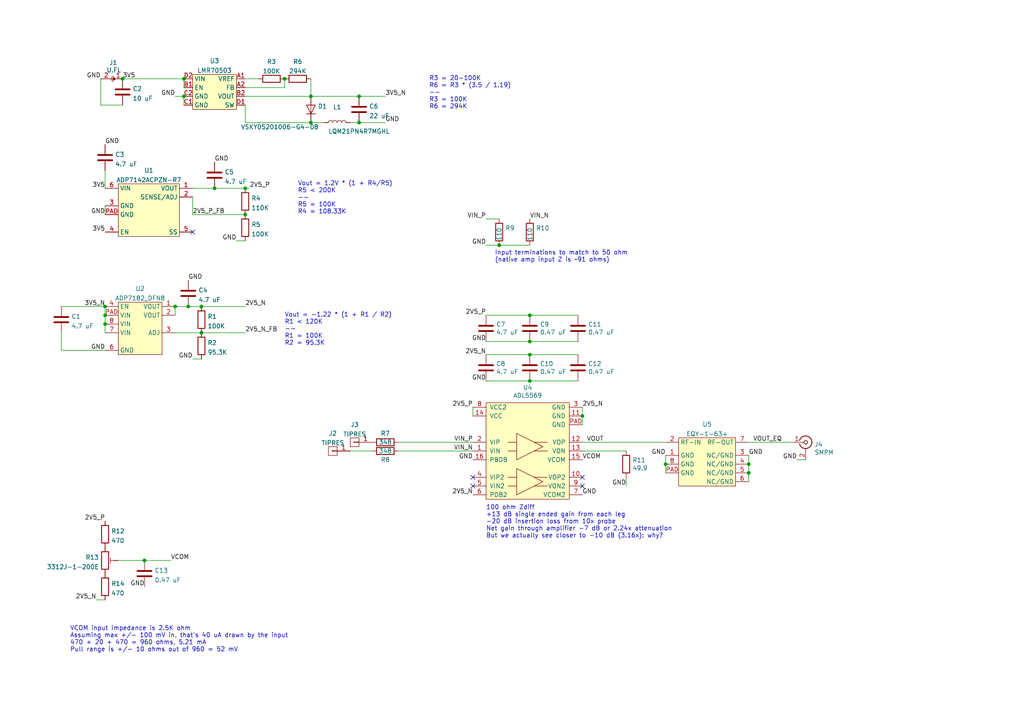
<source format=kicad_sch>
(kicad_sch (version 20211123) (generator eeschema)
  (paper "A4")
  (title_block (title "AKL-AD4") (date "2022-07-10") (rev "0.3") (company "Antikernel Labs") (comment 1 "Andrew D. Zonenberg"))
  (lib_symbols
    (symbol "Connector:Conn_Coaxial" (pin_names (offset 1.016) hide)
      (property "Reference" "J" (at 0.254 3.048 0))
      (property "Value" "Connector_Conn_Coaxial" (at 2.921 0 90))
      (symbol "Conn_Coaxial_0_1"
        (arc (start -1.778 -0.508) (mid 0.222 -1.808) (end 1.778 0) (stroke (width 0.254)))
        (polyline (pts (xy -1.27 0) (xy -0.508 0)))
        (polyline (pts (xy 0 -2.54) (xy 0 -1.778)))
        (circle (center 0 0) (radius 0.508) (stroke (width 0.2032)))
        (arc (start 1.778 0) (mid 0.222 1.8083) (end -1.778 0.508) (stroke (width 0.254)))
      )
      (symbol "Conn_Coaxial_1_1"
        (pin passive line (at -3.81 0 0) (length 2.54) (name "In") (number "1"))
        (pin passive line (at 0 -5.08 90) (length 2.54) (name "Ext") (number "2"))
      )
    )
    (symbol "analog-azonenberg:ADL5569" (pin_names (offset 1.016))
      (property "Reference" "U" (at 0 -1.27 0))
      (property "Value" "ADL5569" (at 0 -3.81 0))
      (symbol "ADL5569_0_1"
        (polyline (pts (xy 8.89 3.81) (xy 6.35 3.81)))
        (polyline (pts (xy 8.89 6.35) (xy 6.35 6.35)))
        (polyline (pts (xy 8.89 13.97) (xy 6.35 13.97)))
        (polyline (pts (xy 8.89 16.51) (xy 6.35 16.51)))
        (polyline (pts (xy 13.97 3.81) (xy 17.78 3.81)))
        (polyline (pts (xy 13.97 6.35) (xy 17.78 6.35)))
        (polyline (pts (xy 13.97 13.97) (xy 17.78 13.97)))
        (polyline (pts (xy 13.97 16.51) (xy 17.78 16.51)))
        (polyline (pts (xy 8.89 1.27) (xy 8.89 8.89) (xy 16.51 5.08) (xy 8.89 1.27)))
        (polyline (pts (xy 8.89 11.43) (xy 8.89 19.05) (xy 16.51 15.24) (xy 8.89 11.43)))
        (rectangle (start 0 27.94) (end 24.13 0) (fill (type background)))
      )
      (symbol "ADL5569_1_1"
        (pin input line (at -3.81 13.97 0) (length 3.81) (name "VIN") (number "1"))
        (pin output line (at 27.94 6.35 180) (length 3.81) (name "VOP2") (number "10"))
        (pin power_in line (at 27.94 24.13 180) (length 3.81) (name "GND") (number "11"))
        (pin output line (at 27.94 16.51 180) (length 3.81) (name "VOP") (number "12"))
        (pin output line (at 27.94 13.97 180) (length 3.81) (name "VON") (number "13"))
        (pin power_in line (at -3.81 24.13 0) (length 3.81) (name "VCC") (number "14"))
        (pin input line (at 27.94 11.43 180) (length 3.81) (name "VCOM") (number "15"))
        (pin input line (at -3.81 11.43 0) (length 3.81) (name "PBDB") (number "16"))
        (pin input line (at -3.81 16.51 0) (length 3.81) (name "VIP") (number "2"))
        (pin power_in line (at 27.94 26.67 180) (length 3.81) (name "GND") (number "3"))
        (pin input line (at -3.81 6.35 0) (length 3.81) (name "VIP2") (number "4"))
        (pin input line (at -3.81 3.81 0) (length 3.81) (name "VIN2") (number "5"))
        (pin input line (at -3.81 1.27 0) (length 3.81) (name "PDB2") (number "6"))
        (pin input line (at 27.94 1.27 180) (length 3.81) (name "VCOM2") (number "7"))
        (pin power_in line (at -3.81 26.67 0) (length 3.81) (name "VCC2") (number "8"))
        (pin output line (at 27.94 3.81 180) (length 3.81) (name "VON2") (number "9"))
        (pin input line (at 27.94 21.59 180) (length 3.81) (name "GND") (number "PAD"))
      )
    )
    (symbol "analog-azonenberg:EQY-x-63+"
      (property "Reference" "U" (at 0 -1.27 0))
      (property "Value" "EQY-x-63+" (at 0 -2.54 0))
      (symbol "EQY-x-63+_0_1"
        (rectangle (start 0 13.97) (end 16.51 0) (stroke (width 0.1524)) (fill (type background)))
      )
      (symbol "EQY-x-63+_1_1"
        (pin power_in line (at -3.81 8.89 0) (length 3.81) (name "GND") (number "1"))
        (pin input line (at -3.81 12.7 0) (length 3.81) (name "RF-IN") (number "2"))
        (pin power_in line (at 20.32 8.89 180) (length 3.81) (name "NC/GND") (number "3"))
        (pin power_in line (at 20.32 6.35 180) (length 3.81) (name "NC/GND") (number "4"))
        (pin power_in line (at 20.32 3.81 180) (length 3.81) (name "NC/GND") (number "5"))
        (pin power_in line (at 20.32 1.27 180) (length 3.81) (name "NC/GND") (number "6"))
        (pin input line (at 20.32 12.7 180) (length 3.81) (name "RF-OUT") (number "7"))
        (pin power_in line (at -3.81 6.35 0) (length 3.81) (name "GND") (number "8"))
        (pin power_in line (at -3.81 3.81 0) (length 3.81) (name "GND") (number "PAD"))
      )
    )
    (symbol "conn:CONN_01X01" (pin_names (offset 1.016) hide)
      (property "Reference" "J" (at 0 2.54 0))
      (property "Value" "CONN_01X01" (at 2.54 0 90))
      (symbol "CONN_01X01_0_1"
        (rectangle (start -1.27 0.127) (end 0.254 -0.127))
        (rectangle (start -1.27 1.27) (end 1.27 -1.27))
      )
      (symbol "CONN_01X01_1_1"
        (pin passive line (at -5.08 0 0) (length 3.81) (name "P1") (number "1"))
      )
    )
    (symbol "device:C" (pin_numbers hide) (pin_names (offset 0.254))
      (property "Reference" "C" (at 0.635 2.54 0))
      (property "Value" "C" (at 0.635 -2.54 0))
      (symbol "C_0_1"
        (polyline (pts (xy -2.032 -0.762) (xy 2.032 -0.762)) (stroke (width 0.508)))
        (polyline (pts (xy -2.032 0.762) (xy 2.032 0.762)) (stroke (width 0.508)))
      )
      (symbol "C_1_1"
        (pin passive line (at 0 3.81 270) (length 2.794) (name "~") (number "1"))
        (pin passive line (at 0 -3.81 90) (length 2.794) (name "~") (number "2"))
      )
    )
    (symbol "device:D" (pin_numbers hide) (pin_names (offset 1.016) hide)
      (property "Reference" "D" (at 0 2.54 0))
      (property "Value" "D" (at 0 -2.54 0))
      (symbol "D_0_1"
        (polyline (pts (xy -1.27 1.27) (xy -1.27 -1.27)) (stroke (width 0.2032)))
        (polyline (pts (xy 1.27 0) (xy -1.27 0)))
        (polyline (pts (xy 1.27 1.27) (xy 1.27 -1.27) (xy -1.27 0) (xy 1.27 1.27)) (stroke (width 0.2032)))
      )
      (symbol "D_1_1"
        (pin passive line (at -3.81 0 0) (length 2.54) (name "K") (number "1"))
        (pin passive line (at 3.81 0 180) (length 2.54) (name "A") (number "2"))
      )
    )
    (symbol "device:L" (pin_numbers hide) (pin_names (offset 1.016) hide)
      (property "Reference" "L" (at -1.27 0 90))
      (property "Value" "L" (at 1.905 0 90))
      (symbol "L_0_1"
        (arc (start 0 -2.54) (mid 0.635 -1.905) (end 0 -1.27))
        (arc (start 0 -1.27) (mid 0.635 -0.635) (end 0 0))
        (arc (start 0 0) (mid 0.635 0.635) (end 0 1.27))
        (arc (start 0 1.27) (mid 0.635 1.905) (end 0 2.54))
      )
      (symbol "L_1_1"
        (pin passive line (at 0 3.81 270) (length 1.27) (name "1") (number "1"))
        (pin passive line (at 0 -3.81 90) (length 1.27) (name "2") (number "2"))
      )
    )
    (symbol "device:POT_TRIM" (pin_numbers hide) (pin_names (offset 1.016) hide)
      (property "Reference" "RV" (at -4.445 0 90))
      (property "Value" "POT_TRIM" (at -2.54 0 90))
      (symbol "POT_TRIM_0_1"
        (polyline (pts (xy 1.524 0.762) (xy 1.524 -0.762)))
        (polyline (pts (xy 2.54 0) (xy 1.524 0)))
        (rectangle (start 1.016 2.54) (end -1.016 -2.54) (stroke (width 0.254)))
      )
      (symbol "POT_TRIM_1_1"
        (pin passive line (at 0 3.81 270) (length 1.27) (name "1") (number "1"))
        (pin passive line (at 3.81 0 180) (length 1.27) (name "2") (number "2"))
        (pin passive line (at 0 -3.81 90) (length 1.27) (name "3") (number "3"))
      )
    )
    (symbol "device:R" (pin_numbers hide) (pin_names (offset 0))
      (property "Reference" "R" (at 2.032 0 90))
      (property "Value" "R" (at 0 0 90))
      (symbol "R_0_1"
        (rectangle (start -1.016 -2.54) (end 1.016 2.54) (stroke (width 0.254)))
      )
      (symbol "R_1_1"
        (pin passive line (at 0 3.81 270) (length 1.27) (name "~") (number "1"))
        (pin passive line (at 0 -3.81 90) (length 1.27) (name "~") (number "2"))
      )
    )
    (symbol "power-azonenberg:ADP7142_DFN6"
      (property "Reference" "U" (at 0 -5.08 0))
      (property "Value" "ADP7142_DFN6" (at 0 -2.54 0))
      (symbol "ADP7142_DFN6_0_1"
        (rectangle (start 0 15.24) (end 17.78 0) (stroke (width 0.1524)) (fill (type background)))
      )
      (symbol "ADP7142_DFN6_1_1"
        (pin power_out line (at 21.59 13.97 180) (length 3.81) (name "VOUT") (number "1"))
        (pin input line (at 21.59 11.43 180) (length 3.81) (name "SENSE/ADJ") (number "2"))
        (pin power_in line (at -3.81 8.89 0) (length 3.81) (name "GND") (number "3"))
        (pin input line (at -3.81 1.27 0) (length 3.81) (name "EN") (number "4"))
        (pin passive line (at 21.59 1.27 180) (length 3.81) (name "SS") (number "5"))
        (pin power_in line (at -3.81 13.97 0) (length 3.81) (name "VIN") (number "6"))
        (pin power_in line (at -3.81 6.35 0) (length 3.81) (name "GND") (number "PAD"))
      )
    )
    (symbol "power-azonenberg:ADP7182_DFN8"
      (property "Reference" "U" (at 0 -1.27 0))
      (property "Value" "ADP7182_DFN8" (at 0 -3.81 0))
      (symbol "ADP7182_DFN8_0_1"
        (rectangle (start 0 15.24) (end 12.7 0) (stroke (width 0.1524)) (fill (type background)))
      )
      (symbol "ADP7182_DFN8_1_1"
        (pin power_out line (at 16.51 13.97 180) (length 3.81) (name "VOUT") (number "1"))
        (pin power_in line (at 16.51 11.43 180) (length 3.81) (name "VOUT") (number "2"))
        (pin input line (at 16.51 6.35 180) (length 3.81) (name "ADJ") (number "3"))
        (pin input line (at -3.81 13.97 0) (length 3.81) (name "EN") (number "4"))
        (pin power_in line (at -3.81 1.27 0) (length 3.81) (name "GND") (number "6"))
        (pin power_in line (at -3.81 6.35 0) (length 3.81) (name "VIN") (number "7"))
        (pin power_in line (at -3.81 8.89 0) (length 3.81) (name "VIN") (number "8"))
        (pin power_in line (at -3.81 11.43 0) (length 3.81) (name "VIN") (number "PAD"))
      )
    )
    (symbol "power-azonenberg:CONN_COAXIAL_PWROUT"
      (property "Reference" "J" (at 0 -2.54 0))
      (property "Value" "CONN_COAXIAL_PWROUT" (at 0 -6.35 0))
      (symbol "CONN_COAXIAL_PWROUT_0_1"
        (circle (center 0 0) (radius 0.3592) (stroke (width 0.1524)) (fill (type outline)))
        (arc (start 0 0.762) (mid -0.7075 0) (end 0 -0.762) (stroke (width 0.1524)))
      )
      (symbol "CONN_COAXIAL_PWROUT_1_1"
        (pin power_out line (at 2.54 0 180) (length 2.54) (name "") (number "1"))
        (pin power_out line (at -3.81 0 0) (length 3.175) (name "") (number "2"))
      )
    )
    (symbol "power-azonenberg:LMR70503"
      (property "Reference" "U" (at 0 -2.54 0))
      (property "Value" "LMR70503" (at 0 -5.08 0))
      (symbol "LMR70503_0_1"
        (rectangle (start 0 10.16) (end 12.7 0) (stroke (width 0.1524)) (fill (type background)))
      )
      (symbol "LMR70503_1_1"
        (pin input line (at 15.24 8.89 180) (length 2.54) (name "VREF") (number "A1"))
        (pin input line (at 15.24 6.35 180) (length 2.54) (name "FB") (number "A2"))
        (pin input line (at -2.54 6.35 0) (length 2.54) (name "EN") (number "B1"))
        (pin power_out line (at 15.24 3.81 180) (length 2.54) (name "VOUT") (number "B2"))
        (pin power_in line (at -2.54 1.27 0) (length 2.54) (name "GND") (number "C1"))
        (pin power_in line (at -2.54 3.81 0) (length 2.54) (name "GND") (number "C2"))
        (pin passive line (at 15.24 1.27 180) (length 2.54) (name "SW") (number "D1"))
        (pin power_in line (at -2.54 8.89 0) (length 2.54) (name "VIN") (number "D2"))
      )
    )
  )
  (junction (at 71.12 54.61))
  (junction (at 54.61 88.9))
  (junction (at 82.55 22.86))
  (junction (at 153.67 102.87))
  (junction (at 50.8 88.9))
  (junction (at 62.23 54.61))
  (junction (at 168.91 120.65))
  (junction (at 193.04 134.62))
  (junction (at 90.17 35.56))
  (junction (at 71.12 62.23))
  (junction (at 58.42 88.9))
  (junction (at 30.48 88.9))
  (junction (at 104.14 35.56))
  (junction (at 58.42 96.52))
  (junction (at 217.17 134.62))
  (junction (at 30.48 93.98))
  (junction (at 153.67 110.49))
  (junction (at 144.78 71.12))
  (junction (at 153.67 99.06))
  (junction (at 90.17 27.94))
  (junction (at 153.67 91.44))
  (junction (at 53.34 27.94))
  (junction (at 30.48 91.44))
  (junction (at 53.34 22.86))
  (junction (at 104.14 27.94))
  (junction (at 217.17 137.16))
  (junction (at 41.91 162.56))
  (junction (at 35.56 22.86))
  (no_connect (at 137.16 138.43))
  (no_connect (at 137.16 140.97))
  (no_connect (at 168.91 138.43))
  (no_connect (at 168.91 140.97))
  (no_connect (at 55.88 67.31))
  (wire (pts (xy 17.78 96.52) (xy 17.78 101.6)))
  (wire (pts (xy 17.78 101.6) (xy 30.48 101.6)))
  (wire (pts (xy 104.14 27.94) (xy 111.76 27.94)))
  (wire (pts (xy 193.04 134.62) (xy 193.04 137.16)))
  (wire (pts (xy 115.57 130.81) (xy 137.16 130.81)))
  (wire (pts (xy 82.55 25.4) (xy 82.55 22.86)))
  (wire (pts (xy 17.78 88.9) (xy 30.48 88.9)))
  (wire (pts (xy 168.91 128.27) (xy 193.04 128.27)))
  (wire (pts (xy 140.97 71.12) (xy 144.78 71.12)))
  (wire (pts (xy 35.56 22.86) (xy 53.34 22.86)))
  (wire (pts (xy 71.12 88.9) (xy 58.42 88.9)))
  (wire (pts (xy 34.29 162.56) (xy 41.91 162.56)))
  (wire (pts (xy 140.97 99.06) (xy 153.67 99.06)))
  (wire (pts (xy 71.12 22.86) (xy 74.93 22.86)))
  (wire (pts (xy 101.6 35.56) (xy 104.14 35.56)))
  (wire (pts (xy 50.8 27.94) (xy 53.34 27.94)))
  (wire (pts (xy 50.8 96.52) (xy 58.42 96.52)))
  (wire (pts (xy 55.88 54.61) (xy 62.23 54.61)))
  (wire (pts (xy 30.48 93.98) (xy 30.48 96.52)))
  (wire (pts (xy 55.88 104.14) (xy 58.42 104.14)))
  (wire (pts (xy 58.42 88.9) (xy 54.61 88.9)))
  (wire (pts (xy 140.97 110.49) (xy 153.67 110.49)))
  (wire (pts (xy 217.17 137.16) (xy 217.17 139.7)))
  (wire (pts (xy 168.91 120.65) (xy 168.91 123.19)))
  (wire (pts (xy 168.91 130.81) (xy 181.61 130.81)))
  (wire (pts (xy 115.57 128.27) (xy 137.16 128.27)))
  (wire (pts (xy 101.6 130.81) (xy 107.95 130.81)))
  (wire (pts (xy 54.61 88.9) (xy 50.8 88.9)))
  (wire (pts (xy 217.17 128.27) (xy 229.87 128.27)))
  (wire (pts (xy 153.67 110.49) (xy 167.64 110.49)))
  (wire (pts (xy 193.04 132.08) (xy 193.04 134.62)))
  (wire (pts (xy 90.17 35.56) (xy 93.98 35.56)))
  (wire (pts (xy 27.94 173.99) (xy 30.48 173.99)))
  (wire (pts (xy 53.34 22.86) (xy 53.34 25.4)))
  (wire (pts (xy 71.12 35.56) (xy 71.12 30.48)))
  (wire (pts (xy 217.17 132.08) (xy 217.17 134.62)))
  (wire (pts (xy 137.16 118.11) (xy 137.16 120.65)))
  (wire (pts (xy 90.17 27.94) (xy 90.17 22.86)))
  (wire (pts (xy 167.64 91.44) (xy 153.67 91.44)))
  (wire (pts (xy 71.12 27.94) (xy 90.17 27.94)))
  (wire (pts (xy 62.23 54.61) (xy 71.12 54.61)))
  (wire (pts (xy 30.48 91.44) (xy 30.48 93.98)))
  (wire (pts (xy 217.17 134.62) (xy 217.17 137.16)))
  (wire (pts (xy 231.14 133.35) (xy 233.68 133.35)))
  (wire (pts (xy 153.67 91.44) (xy 140.97 91.44)))
  (wire (pts (xy 50.8 88.9) (xy 50.8 91.44)))
  (wire (pts (xy 68.58 69.85) (xy 71.12 69.85)))
  (wire (pts (xy 71.12 54.61) (xy 72.39 54.61)))
  (wire (pts (xy 55.88 57.15) (xy 55.88 62.23)))
  (wire (pts (xy 90.17 35.56) (xy 71.12 35.56)))
  (wire (pts (xy 30.48 49.53) (xy 30.48 54.61)))
  (wire (pts (xy 140.97 63.5) (xy 144.78 63.5)))
  (wire (pts (xy 29.21 30.48) (xy 35.56 30.48)))
  (wire (pts (xy 167.64 102.87) (xy 153.67 102.87)))
  (wire (pts (xy 55.88 62.23) (xy 71.12 62.23)))
  (wire (pts (xy 41.91 162.56) (xy 49.53 162.56)))
  (wire (pts (xy 90.17 27.94) (xy 104.14 27.94)))
  (wire (pts (xy 71.12 25.4) (xy 82.55 25.4)))
  (wire (pts (xy 153.67 99.06) (xy 167.64 99.06)))
  (wire (pts (xy 153.67 102.87) (xy 140.97 102.87)))
  (wire (pts (xy 181.61 140.97) (xy 181.61 138.43)))
  (wire (pts (xy 30.48 59.69) (xy 30.48 62.23)))
  (wire (pts (xy 58.42 96.52) (xy 71.12 96.52)))
  (wire (pts (xy 144.78 71.12) (xy 153.67 71.12)))
  (wire (pts (xy 30.48 88.9) (xy 30.48 91.44)))
  (wire (pts (xy 53.34 27.94) (xy 53.34 30.48)))
  (wire (pts (xy 104.14 35.56) (xy 111.76 35.56)))
  (wire (pts (xy 168.91 118.11) (xy 168.91 120.65)))
  (wire (pts (xy 29.21 22.86) (xy 29.21 30.48)))
  (text "Vout = 1.2V * (1 + R4/R5)\nR5 < 200K\n--\nR5 = 100K\nR4 = 108.33K" (at 86.36 62.23 0) (effects (font (size 1.27 1.27)) (justify left bottom)))
  (text "R3 = 20-100K\nR6 = R3 * (3.5 / 1.19)\n--\nR3 = 100K\nR6 = 294K" (at 124.46 31.75 0) (effects (font (size 1.27 1.27)) (justify left bottom)))
  (text "VCOM input impedance is 2.5K ohm\nAssuming max +/- 100 mV in, that's 40 uA drawn by the input\n470 + 20 + 470 = 960 ohms, 5.21 mA\nPull range is +/- 10 ohms out of 960 = 52 mV" (at 20.32 189.23 0) (effects (font (size 1.27 1.27)) (justify left bottom)))
  (text "Input terminations to match to 50 ohm\n(native amp input Z is ~91 ohms)" (at 143.51 76.2 0) (effects (font (size 1.27 1.27)) (justify left bottom)))
  (text "100 ohm Zdiff\n+13 dB single ended gain from each leg\n-20 dB insertion loss from 10x probe\nNet gain through amplifier -7 dB or 2.24x attenuation\nBut we actually see closer to -10 dB (3.16x): why?" (at 140.97 156.21 0) (effects (font (size 1.27 1.27)) (justify left bottom)))
  (text "Vout = -1.22 * (1 + R1 / R2)\nR1 < 120K\n--\nR1 = 100K\nR2 = 95.3K" (at 82.55 100.33 0) (effects (font (size 1.27 1.27)) (justify left bottom)))
  (label "GND" (at 140.97 99.06 180))
  (label "GND" (at 55.88 104.14 180))
  (label "3V5_N" (at 30.48 88.9 180))
  (label "VIN_P" (at 140.97 63.5 180))
  (label "2V5_N" (at 27.94 173.99 180))
  (label "GND" (at 50.8 27.94 180))
  (label "GND" (at 41.91 170.18 180))
  (label "VIN_P" (at 137.16 128.27 180))
  (label "2V5_P" (at 140.97 91.44 180))
  (label "GND" (at 181.61 140.97 180))
  (label "3V5" (at 30.48 54.61 180))
  (label "GND" (at 137.16 133.35 180))
  (label "2V5_N" (at 168.91 118.11 0))
  (label "2V5_P_FB" (at 55.88 62.23 0))
  (label "2V5_N" (at 140.97 102.87 180))
  (label "2V5_P" (at 137.16 118.11 180))
  (label "GND" (at 62.23 46.99 0))
  (label "GND" (at 68.58 69.85 180))
  (label "VOUT_EQ" (at 218.44 128.27 0))
  (label "2V5_P" (at 72.39 54.61 0))
  (label "GND" (at 168.91 143.51 0))
  (label "GND" (at 140.97 110.49 180))
  (label "VIN_N" (at 153.67 63.5 0))
  (label "GND" (at 54.61 81.28 0))
  (label "GND" (at 111.76 35.56 0))
  (label "VIN_N" (at 137.16 130.81 180))
  (label "GND" (at 231.14 133.35 180))
  (label "GND" (at 30.48 41.91 0))
  (label "GND" (at 29.21 22.86 180))
  (label "GND" (at 140.97 71.12 180))
  (label "2V5_N_FB" (at 71.12 96.52 0))
  (label "3V5" (at 30.48 67.31 180))
  (label "2V5_P" (at 30.48 151.13 180))
  (label "2V5_N" (at 137.16 143.51 180))
  (label "3V5_N" (at 111.76 27.94 0))
  (label "VOUT" (at 170.18 128.27 0))
  (label "2V5_N" (at 71.12 88.9 0))
  (label "VCOM" (at 49.53 162.56 0))
  (label "VCOM" (at 168.91 133.35 0))
  (label "GND" (at 217.17 132.08 0))
  (label "GND" (at 30.48 101.6 180))
  (label "GND" (at 193.04 132.08 180))
  (label "3V5" (at 35.56 22.86 0))
  (label "GND" (at 30.48 62.23 180))
  (symbol (lib_id "device:C") (at 30.48 45.72 0) (unit 1)
    (property "Reference" "C3" (at 33.401 44.8115 0) (effects (justify left)))
    (property "Value" "4.7 uF" (at 33.401 47.5866 0) (effects (justify left)))
    (property "Footprint" "azonenberg_pcb:EIA_0603_CAP_NOSILK" (effects hide))
  )
  (symbol (lib_id "analog-azonenberg:EQY-x-63+") (at 196.85 140.97 0) (unit 1)
    (property "Reference" "U5" (at 205.105 123.0843 0))
    (property "Value" "EQY-1-63+" (at 205.105 125.8594 0))
    (property "Footprint" "azonenberg_pcb:DFN_8_0.5MM_2x2MM" (effects hide))
  )
  (symbol (lib_id "device:R") (at 111.76 128.27 90) (unit 1)
    (property "Reference" "R7" (at 111.76 125.73 90))
    (property "Value" "348" (at 111.76 128.27 90))
    (property "Footprint" "azonenberg_pcb:EIA_0201_RES_NOSILK" (effects hide))
  )
  (symbol (lib_id "power-azonenberg:CONN_COAXIAL_PWROUT") (at 33.02 22.86 0) (unit 1)
    (property "Reference" "J1" (at 32.8458 18.1823 0))
    (property "Value" "U.FL" (at 33.02 20.32 0))
    (property "Footprint" "azonenberg_pcb:CONN_U.FL_TE_1909763-1" (effects hide))
  )
  (symbol (lib_id "device:C") (at 140.97 106.68 0) (unit 1)
    (property "Reference" "C8" (at 143.891 105.5116 0) (effects (justify left)))
    (property "Value" "4.7 uF" (at 143.891 107.823 0) (effects (justify left)))
    (property "Footprint" "azonenberg_pcb:EIA_0603_CAP_NOSILK" (effects hide))
  )
  (symbol (lib_id "analog-azonenberg:ADL5569") (at 140.97 144.78 0) (unit 1)
    (property "Reference" "U4" (at 153.035 112.395 0))
    (property "Value" "ADL5569" (at 153.035 114.7064 0))
    (property "Footprint" "azonenberg_pcb:QFN_16_0.5MM_2.5x3MM" (effects hide))
  )
  (symbol (lib_id "device:C") (at 35.56 26.67 0) (unit 1)
    (property "Reference" "C2" (at 38.481 25.7615 0) (effects (justify left)))
    (property "Value" "10 uF" (at 38.481 28.5366 0) (effects (justify left)))
    (property "Footprint" "azonenberg_pcb:EIA_0805_CAP_NOSILK" (effects hide))
  )
  (symbol (lib_id "device:R") (at 71.12 66.04 0) (unit 1)
    (property "Reference" "R5" (at 72.898 65.1315 0) (effects (justify left)))
    (property "Value" "100K" (at 72.898 67.9066 0) (effects (justify left)))
    (property "Footprint" "azonenberg_pcb:EIA_0402_RES_NOSILK" (effects hide))
  )
  (symbol (lib_id "device:L") (at 97.79 35.56 90) (unit 1)
    (property "Reference" "L1" (at 97.79 31.0855 90))
    (property "Value" "LQM21PN4R7MGHL" (at 104.14 38.1 90))
    (property "Footprint" "azonenberg_pcb:EIA_0805_INDUCTOR_NOSILK" (effects hide))
  )
  (symbol (lib_id "device:R") (at 153.67 67.31 0) (unit 1)
    (property "Reference" "R10" (at 155.448 66.1416 0) (effects (justify left)))
    (property "Value" "110" (at 153.67 69.85 90) (effects (justify left)))
    (property "Footprint" "azonenberg_pcb:EIA_0402_RES_NOSILK" (effects hide))
  )
  (symbol (lib_id "power-azonenberg:ADP7182_DFN8") (at 34.29 102.87 0) (unit 1)
    (property "Reference" "U2" (at 40.64 83.7143 0))
    (property "Value" "ADP7182_DFN8" (at 40.64 86.4894 0))
    (property "Footprint" "azonenberg_pcb:DFN_8_0.5MM_3x3MM" (effects hide))
  )
  (symbol (lib_id "conn:CONN_01X01") (at 96.52 130.81 180) (unit 1)
    (property "Reference" "J2" (at 96.52 125.7005 0))
    (property "Value" "TIPRES" (at 96.52 128.4756 0))
    (property "Footprint" "azonenberg_pcb:EDGELAUNCH_350UM" (effects hide))
  )
  (symbol (lib_id "device:C") (at 153.67 106.68 0) (unit 1)
    (property "Reference" "C10" (at 156.591 105.5116 0) (effects (justify left)))
    (property "Value" "0.47 uF" (at 156.591 107.823 0) (effects (justify left)))
    (property "Footprint" "azonenberg_pcb:EIA_0402_CAP_NOSILK" (effects hide))
  )
  (symbol (lib_id "device:POT_TRIM") (at 30.48 162.56 0) (unit 1)
    (property "Reference" "R13" (at 28.702 161.6515 0) (effects (justify right)))
    (property "Value" "3312J-1-200E" (at 28.702 164.4266 0) (effects (justify right)))
    (property "Footprint" "azonenberg_pcb:RES_TRIM_BOURNS_3312" (effects hide))
  )
  (symbol (lib_id "device:C") (at 104.14 31.75 0) (unit 1)
    (property "Reference" "C6" (at 107.061 30.8415 0) (effects (justify left)))
    (property "Value" "22 uF" (at 107.061 33.6166 0) (effects (justify left)))
    (property "Footprint" "azonenberg_pcb:EIA_0805_CAP_NOSILK" (effects hide))
  )
  (symbol (lib_id "device:C") (at 54.61 85.09 0) (unit 1)
    (property "Reference" "C4" (at 57.531 84.1815 0) (effects (justify left)))
    (property "Value" "4.7 uF" (at 57.531 86.9566 0) (effects (justify left)))
    (property "Footprint" "azonenberg_pcb:EIA_0603_CAP_NOSILK" (effects hide))
  )
  (symbol (lib_id "device:R") (at 71.12 58.42 0) (unit 1)
    (property "Reference" "R4" (at 72.898 57.5115 0) (effects (justify left)))
    (property "Value" "110K" (at 72.898 60.2866 0) (effects (justify left)))
    (property "Footprint" "azonenberg_pcb:EIA_0402_RES_NOSILK" (effects hide))
  )
  (symbol (lib_id "device:R") (at 58.42 92.71 0) (unit 1)
    (property "Reference" "R1" (at 60.198 91.8015 0) (effects (justify left)))
    (property "Value" "100K" (at 60.198 94.5766 0) (effects (justify left)))
    (property "Footprint" "azonenberg_pcb:EIA_0402_RES_NOSILK" (effects hide))
  )
  (symbol (lib_id "device:R") (at 86.36 22.86 90) (unit 1)
    (property "Reference" "R6" (at 86.36 17.8775 90))
    (property "Value" "294K" (at 86.36 20.6526 90))
    (property "Footprint" "azonenberg_pcb:EIA_0402_RES_NOSILK" (effects hide))
  )
  (symbol (lib_id "device:R") (at 111.76 130.81 90) (unit 1)
    (property "Reference" "R8" (at 111.76 133.35 90))
    (property "Value" "348" (at 111.76 130.81 90))
    (property "Footprint" "azonenberg_pcb:EIA_0201_RES_NOSILK" (effects hide))
  )
  (symbol (lib_id "device:R") (at 181.61 134.62 0) (unit 1)
    (property "Reference" "R11" (at 183.388 133.4516 0) (effects (justify left)))
    (property "Value" "49.9" (at 183.388 135.763 0) (effects (justify left)))
    (property "Footprint" "azonenberg_pcb:EIA_0402_RES_NOSILK" (effects hide))
  )
  (symbol (lib_id "device:R") (at 30.48 154.94 180) (unit 1)
    (property "Reference" "R12" (at 32.258 154.0315 0) (effects (justify right)))
    (property "Value" "470" (at 32.258 156.8066 0) (effects (justify right)))
    (property "Footprint" "azonenberg_pcb:EIA_0402_RES_NOSILK" (effects hide))
  )
  (symbol (lib_id "power-azonenberg:ADP7142_DFN6") (at 34.29 68.58 0) (unit 1)
    (property "Reference" "U1" (at 43.18 49.4243 0))
    (property "Value" "ADP7142ACPZN-R7" (at 43.18 52.1994 0))
    (property "Footprint" "azonenberg_pcb:DFN_6_0.65MM_2x2MM" (effects hide))
  )
  (symbol (lib_id "device:C") (at 167.64 95.25 0) (unit 1)
    (property "Reference" "C11" (at 170.561 94.0816 0) (effects (justify left)))
    (property "Value" "0.47 uF" (at 170.561 96.393 0) (effects (justify left)))
    (property "Footprint" "azonenberg_pcb:EIA_0402_CAP_NOSILK" (effects hide))
  )
  (symbol (lib_id "Connector:Conn_Coaxial") (at 233.68 128.27 0) (unit 1)
    (property "Reference" "J4" (at 236.22 128.905 0) (effects (justify left)))
    (property "Value" "SMPM" (at 236.22 131.2164 0) (effects (justify left)))
    (property "Footprint" "azonenberg_pcb:CONN_SMPM_AMPHENOL_925-169J-51PT_SHORT" (effects hide))
  )
  (symbol (lib_id "device:C") (at 153.67 95.25 0) (unit 1)
    (property "Reference" "C9" (at 156.591 94.0816 0) (effects (justify left)))
    (property "Value" "0.47 uF" (at 156.591 96.393 0) (effects (justify left)))
    (property "Footprint" "azonenberg_pcb:EIA_0402_CAP_NOSILK" (effects hide))
  )
  (symbol (lib_id "power-azonenberg:LMR70503") (at 55.88 31.75 0) (unit 1)
    (property "Reference" "U3" (at 62.23 17.6743 0))
    (property "Value" "LMR70503" (at 62.23 20.4494 0))
    (property "Footprint" "azonenberg_pcb:BGA_8_1.65x0.865_0.4MM_TI_YFX" (effects hide))
  )
  (symbol (lib_id "device:C") (at 62.23 50.8 0) (unit 1)
    (property "Reference" "C5" (at 65.151 49.8915 0) (effects (justify left)))
    (property "Value" "4.7 uF" (at 65.151 52.6666 0) (effects (justify left)))
    (property "Footprint" "azonenberg_pcb:EIA_0603_CAP_NOSILK" (effects hide))
  )
  (symbol (lib_id "device:C") (at 41.91 166.37 0) (unit 1)
    (property "Reference" "C13" (at 44.831 165.4615 0) (effects (justify left)))
    (property "Value" "0.47 uF" (at 44.831 168.2366 0) (effects (justify left)))
    (property "Footprint" "azonenberg_pcb:EIA_0402_CAP_NOSILK" (effects hide))
  )
  (symbol (lib_id "device:C") (at 167.64 106.68 0) (unit 1)
    (property "Reference" "C12" (at 170.561 105.5116 0) (effects (justify left)))
    (property "Value" "0.47 uF" (at 170.561 107.823 0) (effects (justify left)))
    (property "Footprint" "azonenberg_pcb:EIA_0402_CAP_NOSILK" (effects hide))
  )
  (symbol (lib_id "device:R") (at 144.78 67.31 0) (unit 1)
    (property "Reference" "R9" (at 146.558 66.1416 0) (effects (justify left)))
    (property "Value" "110" (at 144.78 69.85 90) (effects (justify left)))
    (property "Footprint" "azonenberg_pcb:EIA_0402_RES_NOSILK" (effects hide))
  )
  (symbol (lib_id "conn:CONN_01X01") (at 102.87 128.27 180) (unit 1)
    (property "Reference" "J3" (at 102.87 123.1605 0))
    (property "Value" "TIPRES" (at 102.87 125.9356 0))
    (property "Footprint" "azonenberg_pcb:EDGELAUNCH_350UM" (effects hide))
  )
  (symbol (lib_id "device:C") (at 17.78 92.71 0) (unit 1)
    (property "Reference" "C1" (at 20.701 91.8015 0) (effects (justify left)))
    (property "Value" "4.7 uF" (at 20.701 94.5766 0) (effects (justify left)))
    (property "Footprint" "azonenberg_pcb:EIA_0603_CAP_NOSILK" (effects hide))
  )
  (symbol (lib_id "device:R") (at 58.42 100.33 0) (unit 1)
    (property "Reference" "R2" (at 60.198 99.4215 0) (effects (justify left)))
    (property "Value" "95.3K" (at 60.198 102.1966 0) (effects (justify left)))
    (property "Footprint" "azonenberg_pcb:EIA_0402_RES_NOSILK" (effects hide))
  )
  (symbol (lib_id "device:C") (at 140.97 95.25 0) (unit 1)
    (property "Reference" "C7" (at 143.891 94.0816 0) (effects (justify left)))
    (property "Value" "4.7 uF" (at 143.891 96.393 0) (effects (justify left)))
    (property "Footprint" "azonenberg_pcb:EIA_0603_CAP_NOSILK" (effects hide))
  )
  (symbol (lib_id "device:D") (at 90.17 31.75 90) (unit 1)
    (property "Reference" "D1" (at 92.1766 30.8415 90) (effects (justify right)))
    (property "Value" "VSKY05201006-G4-08" (at 69.85 36.83 90) (effects (justify right)))
    (property "Footprint" "azonenberg_pcb:EIA_0402_CAP_NOSILK" (effects hide))
  )
  (symbol (lib_id "device:R") (at 78.74 22.86 90) (unit 1)
    (property "Reference" "R3" (at 78.74 17.8775 90))
    (property "Value" "100K" (at 78.74 20.6526 90))
    (property "Footprint" "azonenberg_pcb:EIA_0402_RES_NOSILK" (effects hide))
  )
  (symbol (lib_id "device:R") (at 30.48 170.18 180) (unit 1)
    (property "Reference" "R14" (at 32.258 169.2715 0) (effects (justify right)))
    (property "Value" "470" (at 32.258 172.0466 0) (effects (justify right)))
    (property "Footprint" "azonenberg_pcb:EIA_0402_RES_NOSILK" (effects hide))
  )
)
</source>
